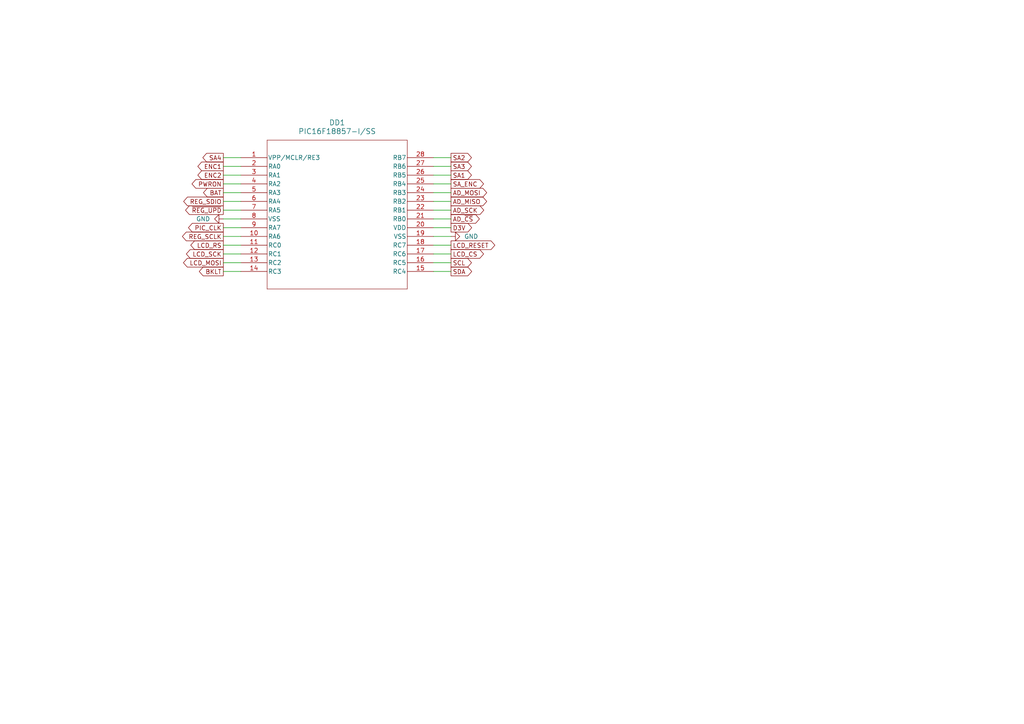
<source format=kicad_sch>
(kicad_sch (version 20230121) (generator eeschema)
  (paper "A4")
  (title_block (title "Belka DSP") (date "2023-11-16") (rev "0.0.2") (company "2ch"))
  (lib_symbols
    (symbol "2023-11-12_12-40-02:PIC16F18857-I_SS" (pin_names (offset 0.254))
      (property "Reference" "U" (at 27.94 10.16 0))
      (property "Value" "PIC16F18857-I/SS" (at 27.94 7.62 0))
      (symbol "PIC16F18857-I_SS_0_1"
        (polyline (pts (xy 7.62 -38.1) (xy 48.26 -38.1)) (stroke (width 0.127)))
        (polyline (pts (xy 7.62 5.08) (xy 7.62 -38.1)) (stroke (width 0.127)))
        (polyline (pts (xy 48.26 -38.1) (xy 48.26 5.08)) (stroke (width 0.127)))
        (polyline (pts (xy 48.26 5.08) (xy 7.62 5.08)) (stroke (width 0.127)))
        (pin bidirectional line (at 0 0 0) (length 7.62) (name "VPP/MCLR/RE3") (number "1"))
        (pin bidirectional line (at 0 -22.86 0) (length 7.62) (name "RA6") (number "10"))
        (pin bidirectional line (at 0 -25.4 0) (length 7.62) (name "RC0") (number "11"))
        (pin bidirectional line (at 0 -27.94 0) (length 7.62) (name "RC1") (number "12"))
        (pin bidirectional line (at 0 -30.48 0) (length 7.62) (name "RC2") (number "13"))
        (pin bidirectional line (at 0 -33.02 0) (length 7.62) (name "RC3") (number "14"))
        (pin bidirectional line (at 55.88 -33.02 180) (length 7.62) (name "RC4") (number "15"))
        (pin bidirectional line (at 55.88 -30.48 180) (length 7.62) (name "RC5") (number "16"))
        (pin bidirectional line (at 55.88 -27.94 180) (length 7.62) (name "RC6") (number "17"))
        (pin bidirectional line (at 55.88 -25.4 180) (length 7.62) (name "RC7") (number "18"))
        (pin bidirectional line (at 0 -2.54 0) (length 7.62) (name "RA0") (number "2"))
        (pin power_in line (at 55.88 -20.32 180) (length 7.62) (name "VDD") (number "20"))
        (pin bidirectional line (at 55.88 -17.78 180) (length 7.62) (name "RB0") (number "21"))
        (pin bidirectional line (at 55.88 -15.24 180) (length 7.62) (name "RB1") (number "22"))
        (pin bidirectional line (at 55.88 -12.7 180) (length 7.62) (name "RB2") (number "23"))
        (pin bidirectional line (at 55.88 -10.16 180) (length 7.62) (name "RB3") (number "24"))
        (pin bidirectional line (at 55.88 -7.62 180) (length 7.62) (name "RB4") (number "25"))
        (pin bidirectional line (at 55.88 -5.08 180) (length 7.62) (name "RB5") (number "26"))
        (pin bidirectional line (at 55.88 -2.54 180) (length 7.62) (name "RB6") (number "27"))
        (pin bidirectional line (at 55.88 0 180) (length 7.62) (name "RB7") (number "28"))
        (pin bidirectional line (at 0 -5.08 0) (length 7.62) (name "RA1") (number "3"))
        (pin bidirectional line (at 0 -7.62 0) (length 7.62) (name "RA2") (number "4"))
        (pin bidirectional line (at 0 -10.16 0) (length 7.62) (name "RA3") (number "5"))
        (pin bidirectional line (at 0 -12.7 0) (length 7.62) (name "RA4") (number "6"))
        (pin bidirectional line (at 0 -15.24 0) (length 7.62) (name "RA5") (number "7"))
        (pin bidirectional line (at 0 -20.32 0) (length 7.62) (name "RA7") (number "9"))
      )
      (symbol "PIC16F18857-I_SS_1_1"
        (pin power_in line (at 55.88 -22.86 180) (length 7.62) (name "VSS") (number "19"))
        (pin power_in line (at 0 -17.78 0) (length 7.62) (name "VSS") (number "8"))
      )
    )
    (symbol "power:GND" (power) (pin_names (offset 0))
      (property "Value" "GND" (at 0 -3.81 0))
      (symbol "GND_0_1"
        (polyline (pts (xy 0 0) (xy 0 -1.27) (xy 1.27 -1.27) (xy 0 -2.54) (xy -1.27 -1.27) (xy 0 -1.27)))
      )
      (symbol "GND_1_1"
        (pin power_in line (at 0 0 270) (length 0) hide (name "GND") (number "1"))
      )
    )
  )
  (wire (pts (xy 125.73 50.8) (xy 130.81 50.8)))
  (wire (pts (xy 125.73 68.58) (xy 130.81 68.58)))
  (wire (pts (xy 64.77 55.88) (xy 69.85 55.88)))
  (wire (pts (xy 125.73 73.66) (xy 130.81 73.66)))
  (wire (pts (xy 64.77 45.72) (xy 69.85 45.72)))
  (wire (pts (xy 125.73 60.96) (xy 130.81 60.96)))
  (wire (pts (xy 64.77 58.42) (xy 69.85 58.42)))
  (wire (pts (xy 125.73 63.5) (xy 130.81 63.5)))
  (wire (pts (xy 64.77 76.2) (xy 69.85 76.2)))
  (wire (pts (xy 125.73 78.74) (xy 130.81 78.74)))
  (wire (pts (xy 125.73 66.04) (xy 130.81 66.04)))
  (wire (pts (xy 125.73 53.34) (xy 130.81 53.34)))
  (wire (pts (xy 64.77 53.34) (xy 69.85 53.34)))
  (wire (pts (xy 125.73 55.88) (xy 130.81 55.88)))
  (wire (pts (xy 64.77 68.58) (xy 69.85 68.58)))
  (wire (pts (xy 64.77 63.5) (xy 69.85 63.5)))
  (wire (pts (xy 125.73 58.42) (xy 130.81 58.42)))
  (wire (pts (xy 125.73 71.12) (xy 130.81 71.12)))
  (wire (pts (xy 64.77 60.96) (xy 69.85 60.96)))
  (wire (pts (xy 125.73 48.26) (xy 130.81 48.26)))
  (wire (pts (xy 64.77 73.66) (xy 69.85 73.66)))
  (wire (pts (xy 64.77 66.04) (xy 69.85 66.04)))
  (wire (pts (xy 64.77 50.8) (xy 69.85 50.8)))
  (wire (pts (xy 64.77 48.26) (xy 69.85 48.26)))
  (wire (pts (xy 64.77 71.12) (xy 69.85 71.12)))
  (wire (pts (xy 125.73 45.72) (xy 130.81 45.72)))
  (wire (pts (xy 125.73 76.2) (xy 130.81 76.2)))
  (wire (pts (xy 64.77 78.74) (xy 69.85 78.74)))
  (global_label "ENC1" (shape output) (at 64.77 48.26 180) (property "Intersheetrefs" "${INTERSHEET_REFS}" (effects hide)))
  (global_label "SCL" (shape output) (at 130.81 76.2 0) (property "Intersheetrefs" "${INTERSHEET_REFS}" (effects hide)))
  (global_label "ENC2" (shape output) (at 64.77 50.8 180) (property "Intersheetrefs" "${INTERSHEET_REFS}" (effects hide)))
  (global_label "REG_SCLK" (shape output) (at 64.77 68.58 180) (property "Intersheetrefs" "${INTERSHEET_REFS}" (effects hide)))
  (global_label "PWRON" (shape output) (at 64.77 53.34 180) (property "Intersheetrefs" "${INTERSHEET_REFS}" (effects hide)))
  (global_label "BAT" (shape output) (at 64.77 55.88 180) (property "Intersheetrefs" "${INTERSHEET_REFS}" (effects hide)))
  (global_label "LCD_SCK" (shape output) (at 64.77 73.66 180) (property "Intersheetrefs" "${INTERSHEET_REFS}" (effects hide)))
  (global_label "SA_ENC" (shape output) (at 130.81 53.34 0) (property "Intersheetrefs" "${INTERSHEET_REFS}" (effects hide)))
  (global_label "LCD_RESET" (shape output) (at 130.81 71.12 0) (property "Intersheetrefs" "${INTERSHEET_REFS}" (effects hide)))
  (global_label "SA3" (shape output) (at 130.81 48.26 0) (property "Intersheetrefs" "${INTERSHEET_REFS}" (effects hide)))
  (global_label "SA1" (shape output) (at 130.81 50.8 0) (property "Intersheetrefs" "${INTERSHEET_REFS}" (effects hide)))
  (global_label "SA2" (shape output) (at 130.81 45.72 0) (property "Intersheetrefs" "${INTERSHEET_REFS}" (effects hide)))
  (global_label "AD_SCK" (shape output) (at 130.81 60.96 0) (property "Intersheetrefs" "${INTERSHEET_REFS}" (effects hide)))
  (global_label "AD_MOSI" (shape output) (at 130.81 55.88 0) (property "Intersheetrefs" "${INTERSHEET_REFS}" (effects hide)))
  (global_label "SA4" (shape output) (at 64.77 45.72 180) (property "Intersheetrefs" "${INTERSHEET_REFS}" (effects hide)))
  (global_label "BKLT" (shape output) (at 64.77 78.74 180) (property "Intersheetrefs" "${INTERSHEET_REFS}" (effects hide)))
  (global_label "SDA" (shape output) (at 130.81 78.74 0) (property "Intersheetrefs" "${INTERSHEET_REFS}" (effects hide)))
  (global_label "D3V" (shape output) (at 130.81 66.04 0) (property "Intersheetrefs" "${INTERSHEET_REFS}" (effects hide)))
  (global_label "LCD_MOSI" (shape output) (at 64.77 76.2 180) (property "Intersheetrefs" "${INTERSHEET_REFS}" (effects hide)))
  (global_label "AD_~{CS}" (shape output) (at 130.81 63.5 0) (property "Intersheetrefs" "${INTERSHEET_REFS}" (effects hide)))
  (global_label "PIC_CLK" (shape output) (at 64.77 66.04 180) (property "Intersheetrefs" "${INTERSHEET_REFS}" (effects hide)))
  (global_label "REG_SDIO" (shape output) (at 64.77 58.42 180) (property "Intersheetrefs" "${INTERSHEET_REFS}" (effects hide)))
  (global_label "AD_MISO" (shape output) (at 130.81 58.42 0) (property "Intersheetrefs" "${INTERSHEET_REFS}" (effects hide)))
  (global_label "LCD_RS" (shape output) (at 64.77 71.12 180) (property "Intersheetrefs" "${INTERSHEET_REFS}" (effects hide)))
  (global_label "~{REG_UPD}" (shape output) (at 64.77 60.96 180) (property "Intersheetrefs" "${INTERSHEET_REFS}" (effects hide)))
  (global_label "LCD_CS" (shape output) (at 130.81 73.66 0) (property "Intersheetrefs" "${INTERSHEET_REFS}" (effects hide)))
  (symbol (lib_id "power:GND") (at 130.81 68.58 90) (unit 1)
    (property "Reference" "#PWR011" (effects hide))
    (property "Value" "GND" (at 134.62 68.58 90) (effects (justify right)))
  )
  (symbol (lib_id "2023-11-12_12-40-02:PIC16F18857-I_SS") (at 69.85 45.72 0) (unit 1)
    (property "Reference" "DD1" (at 97.79 35.56 0) (effects (font (size 1.524 1.524))))
    (property "Value" "PIC16F18857-I/SS" (at 97.79 38.1 0) (effects (font (size 1.524 1.524))))
    (property "Footprint" "PIC16F18857:SSOP28_SS_MCH" (effects hide))
    (property "Datasheet" "PIC16F18857-I/SS" (effects hide))
  )
  (symbol (lib_id "power:GND") (at 64.77 63.5 270) (unit 1)
    (property "Reference" "#PWR010" (effects hide))
    (property "Value" "GND" (at 60.96 63.5 90) (effects (justify right)))
  )
)
</source>
